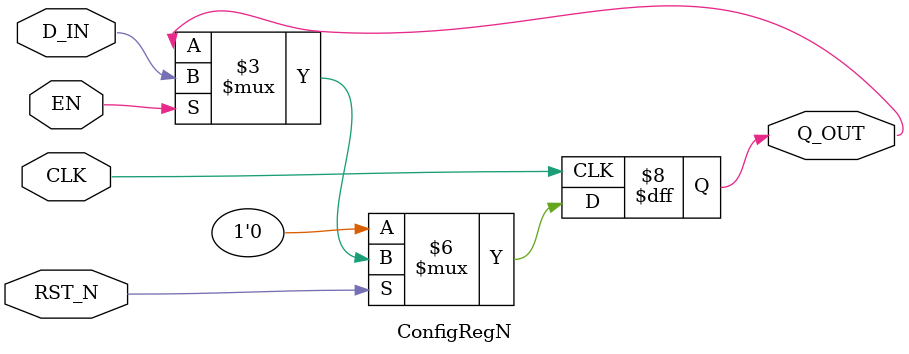
<source format=v>


// Permission is hereby granted, free of charge, to any person obtaining a copy
// of this software and associated documentation files (the "Software"), to deal
// in the Software without restriction, including without limitation the rights
// to use, copy, modify, merge, publish, distribute, sublicense, and/or sell
// copies of the Software, and to permit persons to whom the Software is
// furnished to do so, subject to the following conditions:

// The above copyright notice and this permission notice shall be included in
// all copies or substantial portions of the Software.

// THE SOFTWARE IS PROVIDED "AS IS", WITHOUT WARRANTY OF ANY KIND, EXPRESS OR
// IMPLIED, INCLUDING BUT NOT LIMITED TO THE WARRANTIES OF MERCHANTABILITY,
// FITNESS FOR A PARTICULAR PURPOSE AND NONINFRINGEMENT. IN NO EVENT SHALL THE
// AUTHORS OR COPYRIGHT HOLDERS BE LIABLE FOR ANY CLAIM, DAMAGES OR OTHER
// LIABILITY, WHETHER IN AN ACTION OF CONTRACT, TORT OR OTHERWISE, ARISING FROM,
// OUT OF OR IN CONNECTION WITH THE SOFTWARE OR THE USE OR OTHER DEALINGS IN
// THE SOFTWARE.
//
// $Revision: 24080 $
// $Date: 2011-05-18 19:32:52 +0000 (Wed, 18 May 2011) $

`ifdef BSV_ASSIGNMENT_DELAY
`else
`define BSV_ASSIGNMENT_DELAY
`endif

module ConfigRegN(CLK, RST_N, Q_OUT, D_IN, EN);
   
   parameter width = 1;
   parameter init  = { width {1'b0} } ;

   input     CLK;
   input     RST_N;
   input     EN;
   input [width - 1 : 0] D_IN;
   output [width - 1 : 0] Q_OUT;
   
   reg [width - 1 : 0]    Q_OUT;

   always@(posedge CLK)
     begin
        if (RST_N == 0)
          Q_OUT <= `BSV_ASSIGNMENT_DELAY init;
        else 
          begin
             if (EN)
               Q_OUT <= `BSV_ASSIGNMENT_DELAY D_IN;
          end // else: !if(RST_N == 0)        
     end

`ifdef BSV_NO_INITIAL_BLOCKS
`else // not BSV_NO_INITIAL_BLOCKS
   // synopsys translate_off
   initial begin
      Q_OUT = {((width + 1)/2){2'b10}} ;
   end
   // synopsys translate_on
`endif // BSV_NO_INITIAL_BLOCKS

endmodule


</source>
